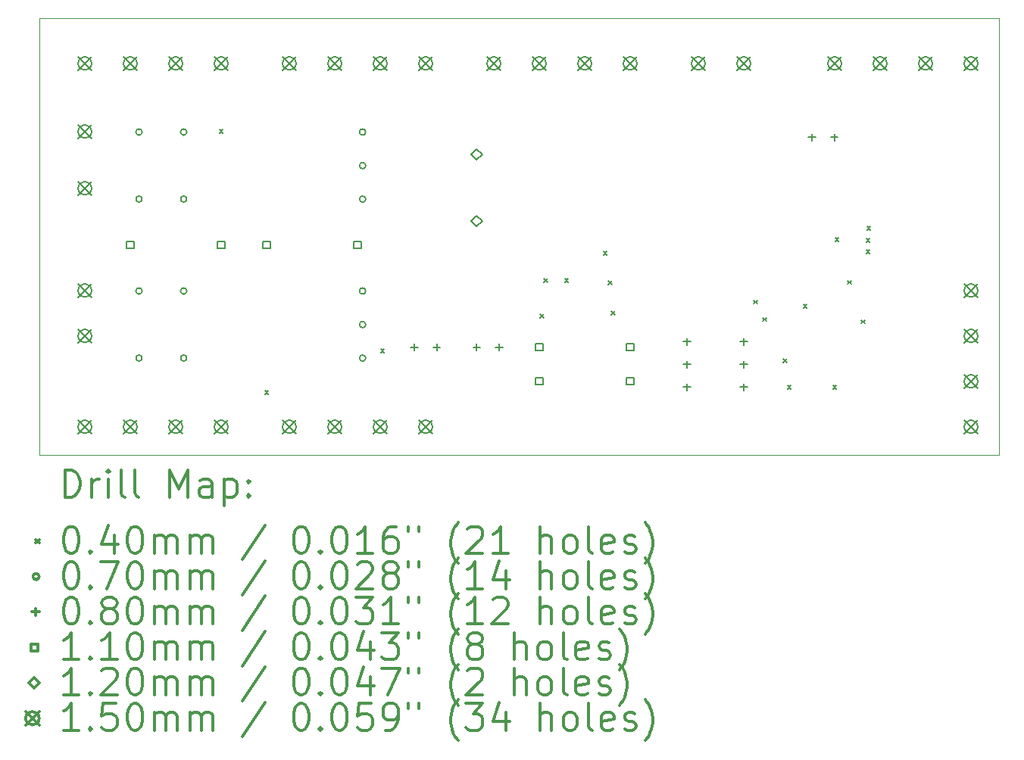
<source format=gbr>
%FSLAX45Y45*%
G04 Gerber Fmt 4.5, Leading zero omitted, Abs format (unit mm)*
G04 Created by KiCad (PCBNEW (5.1.5)-3) date 2020-09-28 21:35:31*
%MOMM*%
%LPD*%
G04 APERTURE LIST*
%TA.AperFunction,Profile*%
%ADD10C,0.050000*%
%TD*%
%ADD11C,0.200000*%
%ADD12C,0.300000*%
G04 APERTURE END LIST*
D10*
X7556500Y-10795000D02*
X7556500Y-5905500D01*
X18288000Y-10795000D02*
X7556500Y-10795000D01*
X18288000Y-5905500D02*
X18288000Y-10795000D01*
X7556500Y-5905500D02*
X18288000Y-5905500D01*
D11*
X9568500Y-7155500D02*
X9608500Y-7195500D01*
X9608500Y-7155500D02*
X9568500Y-7195500D01*
X10076500Y-10076500D02*
X10116500Y-10116500D01*
X10116500Y-10076500D02*
X10076500Y-10116500D01*
X11371900Y-9606600D02*
X11411900Y-9646600D01*
X11411900Y-9606600D02*
X11371900Y-9646600D01*
X13156250Y-9219250D02*
X13196250Y-9259250D01*
X13196250Y-9219250D02*
X13156250Y-9259250D01*
X13194350Y-8819200D02*
X13234350Y-8859200D01*
X13234350Y-8819200D02*
X13194350Y-8859200D01*
X13430200Y-8819200D02*
X13470200Y-8859200D01*
X13470200Y-8819200D02*
X13430200Y-8859200D01*
X13861100Y-8514400D02*
X13901100Y-8554400D01*
X13901100Y-8514400D02*
X13861100Y-8554400D01*
X13918250Y-8844600D02*
X13958250Y-8884600D01*
X13958250Y-8844600D02*
X13918250Y-8884600D01*
X13950000Y-9187500D02*
X13990000Y-9227500D01*
X13990000Y-9187500D02*
X13950000Y-9227500D01*
X15542350Y-9062000D02*
X15582350Y-9102000D01*
X15582350Y-9062000D02*
X15542350Y-9102000D01*
X15645450Y-9257350D02*
X15685450Y-9297350D01*
X15685450Y-9257350D02*
X15645450Y-9297350D01*
X15872575Y-9719425D02*
X15912575Y-9759425D01*
X15912575Y-9719425D02*
X15872575Y-9759425D01*
X15918500Y-10013000D02*
X15958500Y-10053000D01*
X15958500Y-10013000D02*
X15918500Y-10053000D01*
X16096300Y-9111300D02*
X16136300Y-9151300D01*
X16136300Y-9111300D02*
X16096300Y-9151300D01*
X16426500Y-10013000D02*
X16466500Y-10053000D01*
X16466500Y-10013000D02*
X16426500Y-10053000D01*
X16451000Y-8362000D02*
X16491000Y-8402000D01*
X16491000Y-8362000D02*
X16451000Y-8402000D01*
X16594500Y-8841700D02*
X16634500Y-8881700D01*
X16634500Y-8841700D02*
X16594500Y-8881700D01*
X16744000Y-9282750D02*
X16784000Y-9322750D01*
X16784000Y-9282750D02*
X16744000Y-9322750D01*
X16798500Y-8371000D02*
X16838500Y-8411000D01*
X16838500Y-8371000D02*
X16798500Y-8411000D01*
X16798500Y-8498000D02*
X16838500Y-8538000D01*
X16838500Y-8498000D02*
X16798500Y-8538000D01*
X16807500Y-8235000D02*
X16847500Y-8275000D01*
X16847500Y-8235000D02*
X16807500Y-8275000D01*
X8704500Y-7181500D02*
G75*
G03X8704500Y-7181500I-35000J0D01*
G01*
X8704500Y-7931500D02*
G75*
G03X8704500Y-7931500I-35000J0D01*
G01*
X9204500Y-7181500D02*
G75*
G03X9204500Y-7181500I-35000J0D01*
G01*
X9204500Y-7931500D02*
G75*
G03X9204500Y-7931500I-35000J0D01*
G01*
X11204500Y-7181500D02*
G75*
G03X11204500Y-7181500I-35000J0D01*
G01*
X11204500Y-7556500D02*
G75*
G03X11204500Y-7556500I-35000J0D01*
G01*
X11204500Y-7931500D02*
G75*
G03X11204500Y-7931500I-35000J0D01*
G01*
X8704500Y-8959500D02*
G75*
G03X8704500Y-8959500I-35000J0D01*
G01*
X8704500Y-9709500D02*
G75*
G03X8704500Y-9709500I-35000J0D01*
G01*
X9204500Y-8959500D02*
G75*
G03X9204500Y-8959500I-35000J0D01*
G01*
X9204500Y-9709500D02*
G75*
G03X9204500Y-9709500I-35000J0D01*
G01*
X11204500Y-8959500D02*
G75*
G03X11204500Y-8959500I-35000J0D01*
G01*
X11204500Y-9334500D02*
G75*
G03X11204500Y-9334500I-35000J0D01*
G01*
X11204500Y-9709500D02*
G75*
G03X11204500Y-9709500I-35000J0D01*
G01*
X16192500Y-7199000D02*
X16192500Y-7279000D01*
X16152500Y-7239000D02*
X16232500Y-7239000D01*
X16442500Y-7199000D02*
X16442500Y-7279000D01*
X16402500Y-7239000D02*
X16482500Y-7239000D01*
X11747500Y-9548500D02*
X11747500Y-9628500D01*
X11707500Y-9588500D02*
X11787500Y-9588500D01*
X11997500Y-9548500D02*
X11997500Y-9628500D01*
X11957500Y-9588500D02*
X12037500Y-9588500D01*
X15430500Y-9485000D02*
X15430500Y-9565000D01*
X15390500Y-9525000D02*
X15470500Y-9525000D01*
X15430500Y-9739000D02*
X15430500Y-9819000D01*
X15390500Y-9779000D02*
X15470500Y-9779000D01*
X15430500Y-9993000D02*
X15430500Y-10073000D01*
X15390500Y-10033000D02*
X15470500Y-10033000D01*
X12446000Y-9548500D02*
X12446000Y-9628500D01*
X12406000Y-9588500D02*
X12486000Y-9588500D01*
X12696000Y-9548500D02*
X12696000Y-9628500D01*
X12656000Y-9588500D02*
X12736000Y-9588500D01*
X14795500Y-9485000D02*
X14795500Y-9565000D01*
X14755500Y-9525000D02*
X14835500Y-9525000D01*
X14795500Y-9739000D02*
X14795500Y-9819000D01*
X14755500Y-9779000D02*
X14835500Y-9779000D01*
X14795500Y-9993000D02*
X14795500Y-10073000D01*
X14755500Y-10033000D02*
X14835500Y-10033000D01*
X13183391Y-9627391D02*
X13183391Y-9549609D01*
X13105609Y-9549609D01*
X13105609Y-9627391D01*
X13183391Y-9627391D01*
X14199391Y-9627391D02*
X14199391Y-9549609D01*
X14121609Y-9549609D01*
X14121609Y-9627391D01*
X14199391Y-9627391D01*
X13183391Y-10008391D02*
X13183391Y-9930609D01*
X13105609Y-9930609D01*
X13105609Y-10008391D01*
X13183391Y-10008391D01*
X14199391Y-10008391D02*
X14199391Y-9930609D01*
X14121609Y-9930609D01*
X14121609Y-10008391D01*
X14199391Y-10008391D01*
X10135391Y-8484391D02*
X10135391Y-8406609D01*
X10057609Y-8406609D01*
X10057609Y-8484391D01*
X10135391Y-8484391D01*
X11151391Y-8484391D02*
X11151391Y-8406609D01*
X11073609Y-8406609D01*
X11073609Y-8484391D01*
X11151391Y-8484391D01*
X8611391Y-8484391D02*
X8611391Y-8406609D01*
X8533609Y-8406609D01*
X8533609Y-8484391D01*
X8611391Y-8484391D01*
X9627391Y-8484391D02*
X9627391Y-8406609D01*
X9549609Y-8406609D01*
X9549609Y-8484391D01*
X9627391Y-8484391D01*
X12446000Y-7489500D02*
X12506000Y-7429500D01*
X12446000Y-7369500D01*
X12386000Y-7429500D01*
X12446000Y-7489500D01*
X12446000Y-8239500D02*
X12506000Y-8179500D01*
X12446000Y-8119500D01*
X12386000Y-8179500D01*
X12446000Y-8239500D01*
X10275443Y-6338443D02*
X10425557Y-6488557D01*
X10425557Y-6338443D02*
X10275443Y-6488557D01*
X10425557Y-6413500D02*
G75*
G03X10425557Y-6413500I-75057J0D01*
G01*
X10783443Y-6338443D02*
X10933557Y-6488557D01*
X10933557Y-6338443D02*
X10783443Y-6488557D01*
X10933557Y-6413500D02*
G75*
G03X10933557Y-6413500I-75057J0D01*
G01*
X11291443Y-6338443D02*
X11441557Y-6488557D01*
X11441557Y-6338443D02*
X11291443Y-6488557D01*
X11441557Y-6413500D02*
G75*
G03X11441557Y-6413500I-75057J0D01*
G01*
X11799443Y-6338443D02*
X11949557Y-6488557D01*
X11949557Y-6338443D02*
X11799443Y-6488557D01*
X11949557Y-6413500D02*
G75*
G03X11949557Y-6413500I-75057J0D01*
G01*
X7989443Y-7735443D02*
X8139557Y-7885557D01*
X8139557Y-7735443D02*
X7989443Y-7885557D01*
X8139557Y-7810500D02*
G75*
G03X8139557Y-7810500I-75057J0D01*
G01*
X7989443Y-7100443D02*
X8139557Y-7250557D01*
X8139557Y-7100443D02*
X7989443Y-7250557D01*
X8139557Y-7175500D02*
G75*
G03X8139557Y-7175500I-75057J0D01*
G01*
X17895443Y-8878443D02*
X18045557Y-9028557D01*
X18045557Y-8878443D02*
X17895443Y-9028557D01*
X18045557Y-8953500D02*
G75*
G03X18045557Y-8953500I-75057J0D01*
G01*
X17895443Y-9386443D02*
X18045557Y-9536557D01*
X18045557Y-9386443D02*
X17895443Y-9536557D01*
X18045557Y-9461500D02*
G75*
G03X18045557Y-9461500I-75057J0D01*
G01*
X17895443Y-9894443D02*
X18045557Y-10044557D01*
X18045557Y-9894443D02*
X17895443Y-10044557D01*
X18045557Y-9969500D02*
G75*
G03X18045557Y-9969500I-75057J0D01*
G01*
X17895443Y-10402443D02*
X18045557Y-10552557D01*
X18045557Y-10402443D02*
X17895443Y-10552557D01*
X18045557Y-10477500D02*
G75*
G03X18045557Y-10477500I-75057J0D01*
G01*
X7989443Y-6338443D02*
X8139557Y-6488557D01*
X8139557Y-6338443D02*
X7989443Y-6488557D01*
X8139557Y-6413500D02*
G75*
G03X8139557Y-6413500I-75057J0D01*
G01*
X8497443Y-6338443D02*
X8647557Y-6488557D01*
X8647557Y-6338443D02*
X8497443Y-6488557D01*
X8647557Y-6413500D02*
G75*
G03X8647557Y-6413500I-75057J0D01*
G01*
X9005443Y-6338443D02*
X9155557Y-6488557D01*
X9155557Y-6338443D02*
X9005443Y-6488557D01*
X9155557Y-6413500D02*
G75*
G03X9155557Y-6413500I-75057J0D01*
G01*
X9513443Y-6338443D02*
X9663557Y-6488557D01*
X9663557Y-6338443D02*
X9513443Y-6488557D01*
X9663557Y-6413500D02*
G75*
G03X9663557Y-6413500I-75057J0D01*
G01*
X14847443Y-6338443D02*
X14997557Y-6488557D01*
X14997557Y-6338443D02*
X14847443Y-6488557D01*
X14997557Y-6413500D02*
G75*
G03X14997557Y-6413500I-75057J0D01*
G01*
X15355443Y-6338443D02*
X15505557Y-6488557D01*
X15505557Y-6338443D02*
X15355443Y-6488557D01*
X15505557Y-6413500D02*
G75*
G03X15505557Y-6413500I-75057J0D01*
G01*
X10275443Y-10402443D02*
X10425557Y-10552557D01*
X10425557Y-10402443D02*
X10275443Y-10552557D01*
X10425557Y-10477500D02*
G75*
G03X10425557Y-10477500I-75057J0D01*
G01*
X10783443Y-10402443D02*
X10933557Y-10552557D01*
X10933557Y-10402443D02*
X10783443Y-10552557D01*
X10933557Y-10477500D02*
G75*
G03X10933557Y-10477500I-75057J0D01*
G01*
X11291443Y-10402443D02*
X11441557Y-10552557D01*
X11441557Y-10402443D02*
X11291443Y-10552557D01*
X11441557Y-10477500D02*
G75*
G03X11441557Y-10477500I-75057J0D01*
G01*
X11799443Y-10402443D02*
X11949557Y-10552557D01*
X11949557Y-10402443D02*
X11799443Y-10552557D01*
X11949557Y-10477500D02*
G75*
G03X11949557Y-10477500I-75057J0D01*
G01*
X12561443Y-6338443D02*
X12711557Y-6488557D01*
X12711557Y-6338443D02*
X12561443Y-6488557D01*
X12711557Y-6413500D02*
G75*
G03X12711557Y-6413500I-75057J0D01*
G01*
X13069443Y-6338443D02*
X13219557Y-6488557D01*
X13219557Y-6338443D02*
X13069443Y-6488557D01*
X13219557Y-6413500D02*
G75*
G03X13219557Y-6413500I-75057J0D01*
G01*
X13577443Y-6338443D02*
X13727557Y-6488557D01*
X13727557Y-6338443D02*
X13577443Y-6488557D01*
X13727557Y-6413500D02*
G75*
G03X13727557Y-6413500I-75057J0D01*
G01*
X14085443Y-6338443D02*
X14235557Y-6488557D01*
X14235557Y-6338443D02*
X14085443Y-6488557D01*
X14235557Y-6413500D02*
G75*
G03X14235557Y-6413500I-75057J0D01*
G01*
X7989443Y-8878443D02*
X8139557Y-9028557D01*
X8139557Y-8878443D02*
X7989443Y-9028557D01*
X8139557Y-8953500D02*
G75*
G03X8139557Y-8953500I-75057J0D01*
G01*
X7989443Y-9386443D02*
X8139557Y-9536557D01*
X8139557Y-9386443D02*
X7989443Y-9536557D01*
X8139557Y-9461500D02*
G75*
G03X8139557Y-9461500I-75057J0D01*
G01*
X7989443Y-10402443D02*
X8139557Y-10552557D01*
X8139557Y-10402443D02*
X7989443Y-10552557D01*
X8139557Y-10477500D02*
G75*
G03X8139557Y-10477500I-75057J0D01*
G01*
X8497443Y-10402443D02*
X8647557Y-10552557D01*
X8647557Y-10402443D02*
X8497443Y-10552557D01*
X8647557Y-10477500D02*
G75*
G03X8647557Y-10477500I-75057J0D01*
G01*
X9005443Y-10402443D02*
X9155557Y-10552557D01*
X9155557Y-10402443D02*
X9005443Y-10552557D01*
X9155557Y-10477500D02*
G75*
G03X9155557Y-10477500I-75057J0D01*
G01*
X9513443Y-10402443D02*
X9663557Y-10552557D01*
X9663557Y-10402443D02*
X9513443Y-10552557D01*
X9663557Y-10477500D02*
G75*
G03X9663557Y-10477500I-75057J0D01*
G01*
X16371443Y-6338443D02*
X16521557Y-6488557D01*
X16521557Y-6338443D02*
X16371443Y-6488557D01*
X16521557Y-6413500D02*
G75*
G03X16521557Y-6413500I-75057J0D01*
G01*
X16879443Y-6338443D02*
X17029557Y-6488557D01*
X17029557Y-6338443D02*
X16879443Y-6488557D01*
X17029557Y-6413500D02*
G75*
G03X17029557Y-6413500I-75057J0D01*
G01*
X17387443Y-6338443D02*
X17537557Y-6488557D01*
X17537557Y-6338443D02*
X17387443Y-6488557D01*
X17537557Y-6413500D02*
G75*
G03X17537557Y-6413500I-75057J0D01*
G01*
X17895443Y-6338443D02*
X18045557Y-6488557D01*
X18045557Y-6338443D02*
X17895443Y-6488557D01*
X18045557Y-6413500D02*
G75*
G03X18045557Y-6413500I-75057J0D01*
G01*
D12*
X7840428Y-11263214D02*
X7840428Y-10963214D01*
X7911857Y-10963214D01*
X7954714Y-10977500D01*
X7983286Y-11006072D01*
X7997571Y-11034643D01*
X8011857Y-11091786D01*
X8011857Y-11134643D01*
X7997571Y-11191786D01*
X7983286Y-11220357D01*
X7954714Y-11248929D01*
X7911857Y-11263214D01*
X7840428Y-11263214D01*
X8140428Y-11263214D02*
X8140428Y-11063214D01*
X8140428Y-11120357D02*
X8154714Y-11091786D01*
X8169000Y-11077500D01*
X8197571Y-11063214D01*
X8226143Y-11063214D01*
X8326143Y-11263214D02*
X8326143Y-11063214D01*
X8326143Y-10963214D02*
X8311857Y-10977500D01*
X8326143Y-10991786D01*
X8340428Y-10977500D01*
X8326143Y-10963214D01*
X8326143Y-10991786D01*
X8511857Y-11263214D02*
X8483286Y-11248929D01*
X8469000Y-11220357D01*
X8469000Y-10963214D01*
X8669000Y-11263214D02*
X8640428Y-11248929D01*
X8626143Y-11220357D01*
X8626143Y-10963214D01*
X9011857Y-11263214D02*
X9011857Y-10963214D01*
X9111857Y-11177500D01*
X9211857Y-10963214D01*
X9211857Y-11263214D01*
X9483286Y-11263214D02*
X9483286Y-11106072D01*
X9469000Y-11077500D01*
X9440428Y-11063214D01*
X9383286Y-11063214D01*
X9354714Y-11077500D01*
X9483286Y-11248929D02*
X9454714Y-11263214D01*
X9383286Y-11263214D01*
X9354714Y-11248929D01*
X9340428Y-11220357D01*
X9340428Y-11191786D01*
X9354714Y-11163214D01*
X9383286Y-11148929D01*
X9454714Y-11148929D01*
X9483286Y-11134643D01*
X9626143Y-11063214D02*
X9626143Y-11363214D01*
X9626143Y-11077500D02*
X9654714Y-11063214D01*
X9711857Y-11063214D01*
X9740428Y-11077500D01*
X9754714Y-11091786D01*
X9769000Y-11120357D01*
X9769000Y-11206071D01*
X9754714Y-11234643D01*
X9740428Y-11248929D01*
X9711857Y-11263214D01*
X9654714Y-11263214D01*
X9626143Y-11248929D01*
X9897571Y-11234643D02*
X9911857Y-11248929D01*
X9897571Y-11263214D01*
X9883286Y-11248929D01*
X9897571Y-11234643D01*
X9897571Y-11263214D01*
X9897571Y-11077500D02*
X9911857Y-11091786D01*
X9897571Y-11106072D01*
X9883286Y-11091786D01*
X9897571Y-11077500D01*
X9897571Y-11106072D01*
X7514000Y-11737500D02*
X7554000Y-11777500D01*
X7554000Y-11737500D02*
X7514000Y-11777500D01*
X7897571Y-11593214D02*
X7926143Y-11593214D01*
X7954714Y-11607500D01*
X7969000Y-11621786D01*
X7983286Y-11650357D01*
X7997571Y-11707500D01*
X7997571Y-11778929D01*
X7983286Y-11836071D01*
X7969000Y-11864643D01*
X7954714Y-11878929D01*
X7926143Y-11893214D01*
X7897571Y-11893214D01*
X7869000Y-11878929D01*
X7854714Y-11864643D01*
X7840428Y-11836071D01*
X7826143Y-11778929D01*
X7826143Y-11707500D01*
X7840428Y-11650357D01*
X7854714Y-11621786D01*
X7869000Y-11607500D01*
X7897571Y-11593214D01*
X8126143Y-11864643D02*
X8140428Y-11878929D01*
X8126143Y-11893214D01*
X8111857Y-11878929D01*
X8126143Y-11864643D01*
X8126143Y-11893214D01*
X8397571Y-11693214D02*
X8397571Y-11893214D01*
X8326143Y-11578929D02*
X8254714Y-11793214D01*
X8440428Y-11793214D01*
X8611857Y-11593214D02*
X8640428Y-11593214D01*
X8669000Y-11607500D01*
X8683286Y-11621786D01*
X8697571Y-11650357D01*
X8711857Y-11707500D01*
X8711857Y-11778929D01*
X8697571Y-11836071D01*
X8683286Y-11864643D01*
X8669000Y-11878929D01*
X8640428Y-11893214D01*
X8611857Y-11893214D01*
X8583286Y-11878929D01*
X8569000Y-11864643D01*
X8554714Y-11836071D01*
X8540428Y-11778929D01*
X8540428Y-11707500D01*
X8554714Y-11650357D01*
X8569000Y-11621786D01*
X8583286Y-11607500D01*
X8611857Y-11593214D01*
X8840428Y-11893214D02*
X8840428Y-11693214D01*
X8840428Y-11721786D02*
X8854714Y-11707500D01*
X8883286Y-11693214D01*
X8926143Y-11693214D01*
X8954714Y-11707500D01*
X8969000Y-11736071D01*
X8969000Y-11893214D01*
X8969000Y-11736071D02*
X8983286Y-11707500D01*
X9011857Y-11693214D01*
X9054714Y-11693214D01*
X9083286Y-11707500D01*
X9097571Y-11736071D01*
X9097571Y-11893214D01*
X9240428Y-11893214D02*
X9240428Y-11693214D01*
X9240428Y-11721786D02*
X9254714Y-11707500D01*
X9283286Y-11693214D01*
X9326143Y-11693214D01*
X9354714Y-11707500D01*
X9369000Y-11736071D01*
X9369000Y-11893214D01*
X9369000Y-11736071D02*
X9383286Y-11707500D01*
X9411857Y-11693214D01*
X9454714Y-11693214D01*
X9483286Y-11707500D01*
X9497571Y-11736071D01*
X9497571Y-11893214D01*
X10083286Y-11578929D02*
X9826143Y-11964643D01*
X10469000Y-11593214D02*
X10497571Y-11593214D01*
X10526143Y-11607500D01*
X10540428Y-11621786D01*
X10554714Y-11650357D01*
X10569000Y-11707500D01*
X10569000Y-11778929D01*
X10554714Y-11836071D01*
X10540428Y-11864643D01*
X10526143Y-11878929D01*
X10497571Y-11893214D01*
X10469000Y-11893214D01*
X10440428Y-11878929D01*
X10426143Y-11864643D01*
X10411857Y-11836071D01*
X10397571Y-11778929D01*
X10397571Y-11707500D01*
X10411857Y-11650357D01*
X10426143Y-11621786D01*
X10440428Y-11607500D01*
X10469000Y-11593214D01*
X10697571Y-11864643D02*
X10711857Y-11878929D01*
X10697571Y-11893214D01*
X10683286Y-11878929D01*
X10697571Y-11864643D01*
X10697571Y-11893214D01*
X10897571Y-11593214D02*
X10926143Y-11593214D01*
X10954714Y-11607500D01*
X10969000Y-11621786D01*
X10983286Y-11650357D01*
X10997571Y-11707500D01*
X10997571Y-11778929D01*
X10983286Y-11836071D01*
X10969000Y-11864643D01*
X10954714Y-11878929D01*
X10926143Y-11893214D01*
X10897571Y-11893214D01*
X10869000Y-11878929D01*
X10854714Y-11864643D01*
X10840428Y-11836071D01*
X10826143Y-11778929D01*
X10826143Y-11707500D01*
X10840428Y-11650357D01*
X10854714Y-11621786D01*
X10869000Y-11607500D01*
X10897571Y-11593214D01*
X11283286Y-11893214D02*
X11111857Y-11893214D01*
X11197571Y-11893214D02*
X11197571Y-11593214D01*
X11169000Y-11636071D01*
X11140428Y-11664643D01*
X11111857Y-11678929D01*
X11540428Y-11593214D02*
X11483286Y-11593214D01*
X11454714Y-11607500D01*
X11440428Y-11621786D01*
X11411857Y-11664643D01*
X11397571Y-11721786D01*
X11397571Y-11836071D01*
X11411857Y-11864643D01*
X11426143Y-11878929D01*
X11454714Y-11893214D01*
X11511857Y-11893214D01*
X11540428Y-11878929D01*
X11554714Y-11864643D01*
X11569000Y-11836071D01*
X11569000Y-11764643D01*
X11554714Y-11736071D01*
X11540428Y-11721786D01*
X11511857Y-11707500D01*
X11454714Y-11707500D01*
X11426143Y-11721786D01*
X11411857Y-11736071D01*
X11397571Y-11764643D01*
X11683286Y-11593214D02*
X11683286Y-11650357D01*
X11797571Y-11593214D02*
X11797571Y-11650357D01*
X12240428Y-12007500D02*
X12226143Y-11993214D01*
X12197571Y-11950357D01*
X12183286Y-11921786D01*
X12169000Y-11878929D01*
X12154714Y-11807500D01*
X12154714Y-11750357D01*
X12169000Y-11678929D01*
X12183286Y-11636071D01*
X12197571Y-11607500D01*
X12226143Y-11564643D01*
X12240428Y-11550357D01*
X12340428Y-11621786D02*
X12354714Y-11607500D01*
X12383286Y-11593214D01*
X12454714Y-11593214D01*
X12483286Y-11607500D01*
X12497571Y-11621786D01*
X12511857Y-11650357D01*
X12511857Y-11678929D01*
X12497571Y-11721786D01*
X12326143Y-11893214D01*
X12511857Y-11893214D01*
X12797571Y-11893214D02*
X12626143Y-11893214D01*
X12711857Y-11893214D02*
X12711857Y-11593214D01*
X12683286Y-11636071D01*
X12654714Y-11664643D01*
X12626143Y-11678929D01*
X13154714Y-11893214D02*
X13154714Y-11593214D01*
X13283286Y-11893214D02*
X13283286Y-11736071D01*
X13269000Y-11707500D01*
X13240428Y-11693214D01*
X13197571Y-11693214D01*
X13169000Y-11707500D01*
X13154714Y-11721786D01*
X13469000Y-11893214D02*
X13440428Y-11878929D01*
X13426143Y-11864643D01*
X13411857Y-11836071D01*
X13411857Y-11750357D01*
X13426143Y-11721786D01*
X13440428Y-11707500D01*
X13469000Y-11693214D01*
X13511857Y-11693214D01*
X13540428Y-11707500D01*
X13554714Y-11721786D01*
X13569000Y-11750357D01*
X13569000Y-11836071D01*
X13554714Y-11864643D01*
X13540428Y-11878929D01*
X13511857Y-11893214D01*
X13469000Y-11893214D01*
X13740428Y-11893214D02*
X13711857Y-11878929D01*
X13697571Y-11850357D01*
X13697571Y-11593214D01*
X13969000Y-11878929D02*
X13940428Y-11893214D01*
X13883286Y-11893214D01*
X13854714Y-11878929D01*
X13840428Y-11850357D01*
X13840428Y-11736071D01*
X13854714Y-11707500D01*
X13883286Y-11693214D01*
X13940428Y-11693214D01*
X13969000Y-11707500D01*
X13983286Y-11736071D01*
X13983286Y-11764643D01*
X13840428Y-11793214D01*
X14097571Y-11878929D02*
X14126143Y-11893214D01*
X14183286Y-11893214D01*
X14211857Y-11878929D01*
X14226143Y-11850357D01*
X14226143Y-11836071D01*
X14211857Y-11807500D01*
X14183286Y-11793214D01*
X14140428Y-11793214D01*
X14111857Y-11778929D01*
X14097571Y-11750357D01*
X14097571Y-11736071D01*
X14111857Y-11707500D01*
X14140428Y-11693214D01*
X14183286Y-11693214D01*
X14211857Y-11707500D01*
X14326143Y-12007500D02*
X14340428Y-11993214D01*
X14369000Y-11950357D01*
X14383286Y-11921786D01*
X14397571Y-11878929D01*
X14411857Y-11807500D01*
X14411857Y-11750357D01*
X14397571Y-11678929D01*
X14383286Y-11636071D01*
X14369000Y-11607500D01*
X14340428Y-11564643D01*
X14326143Y-11550357D01*
X7554000Y-12153500D02*
G75*
G03X7554000Y-12153500I-35000J0D01*
G01*
X7897571Y-11989214D02*
X7926143Y-11989214D01*
X7954714Y-12003500D01*
X7969000Y-12017786D01*
X7983286Y-12046357D01*
X7997571Y-12103500D01*
X7997571Y-12174929D01*
X7983286Y-12232071D01*
X7969000Y-12260643D01*
X7954714Y-12274929D01*
X7926143Y-12289214D01*
X7897571Y-12289214D01*
X7869000Y-12274929D01*
X7854714Y-12260643D01*
X7840428Y-12232071D01*
X7826143Y-12174929D01*
X7826143Y-12103500D01*
X7840428Y-12046357D01*
X7854714Y-12017786D01*
X7869000Y-12003500D01*
X7897571Y-11989214D01*
X8126143Y-12260643D02*
X8140428Y-12274929D01*
X8126143Y-12289214D01*
X8111857Y-12274929D01*
X8126143Y-12260643D01*
X8126143Y-12289214D01*
X8240428Y-11989214D02*
X8440428Y-11989214D01*
X8311857Y-12289214D01*
X8611857Y-11989214D02*
X8640428Y-11989214D01*
X8669000Y-12003500D01*
X8683286Y-12017786D01*
X8697571Y-12046357D01*
X8711857Y-12103500D01*
X8711857Y-12174929D01*
X8697571Y-12232071D01*
X8683286Y-12260643D01*
X8669000Y-12274929D01*
X8640428Y-12289214D01*
X8611857Y-12289214D01*
X8583286Y-12274929D01*
X8569000Y-12260643D01*
X8554714Y-12232071D01*
X8540428Y-12174929D01*
X8540428Y-12103500D01*
X8554714Y-12046357D01*
X8569000Y-12017786D01*
X8583286Y-12003500D01*
X8611857Y-11989214D01*
X8840428Y-12289214D02*
X8840428Y-12089214D01*
X8840428Y-12117786D02*
X8854714Y-12103500D01*
X8883286Y-12089214D01*
X8926143Y-12089214D01*
X8954714Y-12103500D01*
X8969000Y-12132071D01*
X8969000Y-12289214D01*
X8969000Y-12132071D02*
X8983286Y-12103500D01*
X9011857Y-12089214D01*
X9054714Y-12089214D01*
X9083286Y-12103500D01*
X9097571Y-12132071D01*
X9097571Y-12289214D01*
X9240428Y-12289214D02*
X9240428Y-12089214D01*
X9240428Y-12117786D02*
X9254714Y-12103500D01*
X9283286Y-12089214D01*
X9326143Y-12089214D01*
X9354714Y-12103500D01*
X9369000Y-12132071D01*
X9369000Y-12289214D01*
X9369000Y-12132071D02*
X9383286Y-12103500D01*
X9411857Y-12089214D01*
X9454714Y-12089214D01*
X9483286Y-12103500D01*
X9497571Y-12132071D01*
X9497571Y-12289214D01*
X10083286Y-11974929D02*
X9826143Y-12360643D01*
X10469000Y-11989214D02*
X10497571Y-11989214D01*
X10526143Y-12003500D01*
X10540428Y-12017786D01*
X10554714Y-12046357D01*
X10569000Y-12103500D01*
X10569000Y-12174929D01*
X10554714Y-12232071D01*
X10540428Y-12260643D01*
X10526143Y-12274929D01*
X10497571Y-12289214D01*
X10469000Y-12289214D01*
X10440428Y-12274929D01*
X10426143Y-12260643D01*
X10411857Y-12232071D01*
X10397571Y-12174929D01*
X10397571Y-12103500D01*
X10411857Y-12046357D01*
X10426143Y-12017786D01*
X10440428Y-12003500D01*
X10469000Y-11989214D01*
X10697571Y-12260643D02*
X10711857Y-12274929D01*
X10697571Y-12289214D01*
X10683286Y-12274929D01*
X10697571Y-12260643D01*
X10697571Y-12289214D01*
X10897571Y-11989214D02*
X10926143Y-11989214D01*
X10954714Y-12003500D01*
X10969000Y-12017786D01*
X10983286Y-12046357D01*
X10997571Y-12103500D01*
X10997571Y-12174929D01*
X10983286Y-12232071D01*
X10969000Y-12260643D01*
X10954714Y-12274929D01*
X10926143Y-12289214D01*
X10897571Y-12289214D01*
X10869000Y-12274929D01*
X10854714Y-12260643D01*
X10840428Y-12232071D01*
X10826143Y-12174929D01*
X10826143Y-12103500D01*
X10840428Y-12046357D01*
X10854714Y-12017786D01*
X10869000Y-12003500D01*
X10897571Y-11989214D01*
X11111857Y-12017786D02*
X11126143Y-12003500D01*
X11154714Y-11989214D01*
X11226143Y-11989214D01*
X11254714Y-12003500D01*
X11269000Y-12017786D01*
X11283286Y-12046357D01*
X11283286Y-12074929D01*
X11269000Y-12117786D01*
X11097571Y-12289214D01*
X11283286Y-12289214D01*
X11454714Y-12117786D02*
X11426143Y-12103500D01*
X11411857Y-12089214D01*
X11397571Y-12060643D01*
X11397571Y-12046357D01*
X11411857Y-12017786D01*
X11426143Y-12003500D01*
X11454714Y-11989214D01*
X11511857Y-11989214D01*
X11540428Y-12003500D01*
X11554714Y-12017786D01*
X11569000Y-12046357D01*
X11569000Y-12060643D01*
X11554714Y-12089214D01*
X11540428Y-12103500D01*
X11511857Y-12117786D01*
X11454714Y-12117786D01*
X11426143Y-12132071D01*
X11411857Y-12146357D01*
X11397571Y-12174929D01*
X11397571Y-12232071D01*
X11411857Y-12260643D01*
X11426143Y-12274929D01*
X11454714Y-12289214D01*
X11511857Y-12289214D01*
X11540428Y-12274929D01*
X11554714Y-12260643D01*
X11569000Y-12232071D01*
X11569000Y-12174929D01*
X11554714Y-12146357D01*
X11540428Y-12132071D01*
X11511857Y-12117786D01*
X11683286Y-11989214D02*
X11683286Y-12046357D01*
X11797571Y-11989214D02*
X11797571Y-12046357D01*
X12240428Y-12403500D02*
X12226143Y-12389214D01*
X12197571Y-12346357D01*
X12183286Y-12317786D01*
X12169000Y-12274929D01*
X12154714Y-12203500D01*
X12154714Y-12146357D01*
X12169000Y-12074929D01*
X12183286Y-12032071D01*
X12197571Y-12003500D01*
X12226143Y-11960643D01*
X12240428Y-11946357D01*
X12511857Y-12289214D02*
X12340428Y-12289214D01*
X12426143Y-12289214D02*
X12426143Y-11989214D01*
X12397571Y-12032071D01*
X12369000Y-12060643D01*
X12340428Y-12074929D01*
X12769000Y-12089214D02*
X12769000Y-12289214D01*
X12697571Y-11974929D02*
X12626143Y-12189214D01*
X12811857Y-12189214D01*
X13154714Y-12289214D02*
X13154714Y-11989214D01*
X13283286Y-12289214D02*
X13283286Y-12132071D01*
X13269000Y-12103500D01*
X13240428Y-12089214D01*
X13197571Y-12089214D01*
X13169000Y-12103500D01*
X13154714Y-12117786D01*
X13469000Y-12289214D02*
X13440428Y-12274929D01*
X13426143Y-12260643D01*
X13411857Y-12232071D01*
X13411857Y-12146357D01*
X13426143Y-12117786D01*
X13440428Y-12103500D01*
X13469000Y-12089214D01*
X13511857Y-12089214D01*
X13540428Y-12103500D01*
X13554714Y-12117786D01*
X13569000Y-12146357D01*
X13569000Y-12232071D01*
X13554714Y-12260643D01*
X13540428Y-12274929D01*
X13511857Y-12289214D01*
X13469000Y-12289214D01*
X13740428Y-12289214D02*
X13711857Y-12274929D01*
X13697571Y-12246357D01*
X13697571Y-11989214D01*
X13969000Y-12274929D02*
X13940428Y-12289214D01*
X13883286Y-12289214D01*
X13854714Y-12274929D01*
X13840428Y-12246357D01*
X13840428Y-12132071D01*
X13854714Y-12103500D01*
X13883286Y-12089214D01*
X13940428Y-12089214D01*
X13969000Y-12103500D01*
X13983286Y-12132071D01*
X13983286Y-12160643D01*
X13840428Y-12189214D01*
X14097571Y-12274929D02*
X14126143Y-12289214D01*
X14183286Y-12289214D01*
X14211857Y-12274929D01*
X14226143Y-12246357D01*
X14226143Y-12232071D01*
X14211857Y-12203500D01*
X14183286Y-12189214D01*
X14140428Y-12189214D01*
X14111857Y-12174929D01*
X14097571Y-12146357D01*
X14097571Y-12132071D01*
X14111857Y-12103500D01*
X14140428Y-12089214D01*
X14183286Y-12089214D01*
X14211857Y-12103500D01*
X14326143Y-12403500D02*
X14340428Y-12389214D01*
X14369000Y-12346357D01*
X14383286Y-12317786D01*
X14397571Y-12274929D01*
X14411857Y-12203500D01*
X14411857Y-12146357D01*
X14397571Y-12074929D01*
X14383286Y-12032071D01*
X14369000Y-12003500D01*
X14340428Y-11960643D01*
X14326143Y-11946357D01*
X7514000Y-12509500D02*
X7514000Y-12589500D01*
X7474000Y-12549500D02*
X7554000Y-12549500D01*
X7897571Y-12385214D02*
X7926143Y-12385214D01*
X7954714Y-12399500D01*
X7969000Y-12413786D01*
X7983286Y-12442357D01*
X7997571Y-12499500D01*
X7997571Y-12570929D01*
X7983286Y-12628071D01*
X7969000Y-12656643D01*
X7954714Y-12670929D01*
X7926143Y-12685214D01*
X7897571Y-12685214D01*
X7869000Y-12670929D01*
X7854714Y-12656643D01*
X7840428Y-12628071D01*
X7826143Y-12570929D01*
X7826143Y-12499500D01*
X7840428Y-12442357D01*
X7854714Y-12413786D01*
X7869000Y-12399500D01*
X7897571Y-12385214D01*
X8126143Y-12656643D02*
X8140428Y-12670929D01*
X8126143Y-12685214D01*
X8111857Y-12670929D01*
X8126143Y-12656643D01*
X8126143Y-12685214D01*
X8311857Y-12513786D02*
X8283286Y-12499500D01*
X8269000Y-12485214D01*
X8254714Y-12456643D01*
X8254714Y-12442357D01*
X8269000Y-12413786D01*
X8283286Y-12399500D01*
X8311857Y-12385214D01*
X8369000Y-12385214D01*
X8397571Y-12399500D01*
X8411857Y-12413786D01*
X8426143Y-12442357D01*
X8426143Y-12456643D01*
X8411857Y-12485214D01*
X8397571Y-12499500D01*
X8369000Y-12513786D01*
X8311857Y-12513786D01*
X8283286Y-12528071D01*
X8269000Y-12542357D01*
X8254714Y-12570929D01*
X8254714Y-12628071D01*
X8269000Y-12656643D01*
X8283286Y-12670929D01*
X8311857Y-12685214D01*
X8369000Y-12685214D01*
X8397571Y-12670929D01*
X8411857Y-12656643D01*
X8426143Y-12628071D01*
X8426143Y-12570929D01*
X8411857Y-12542357D01*
X8397571Y-12528071D01*
X8369000Y-12513786D01*
X8611857Y-12385214D02*
X8640428Y-12385214D01*
X8669000Y-12399500D01*
X8683286Y-12413786D01*
X8697571Y-12442357D01*
X8711857Y-12499500D01*
X8711857Y-12570929D01*
X8697571Y-12628071D01*
X8683286Y-12656643D01*
X8669000Y-12670929D01*
X8640428Y-12685214D01*
X8611857Y-12685214D01*
X8583286Y-12670929D01*
X8569000Y-12656643D01*
X8554714Y-12628071D01*
X8540428Y-12570929D01*
X8540428Y-12499500D01*
X8554714Y-12442357D01*
X8569000Y-12413786D01*
X8583286Y-12399500D01*
X8611857Y-12385214D01*
X8840428Y-12685214D02*
X8840428Y-12485214D01*
X8840428Y-12513786D02*
X8854714Y-12499500D01*
X8883286Y-12485214D01*
X8926143Y-12485214D01*
X8954714Y-12499500D01*
X8969000Y-12528071D01*
X8969000Y-12685214D01*
X8969000Y-12528071D02*
X8983286Y-12499500D01*
X9011857Y-12485214D01*
X9054714Y-12485214D01*
X9083286Y-12499500D01*
X9097571Y-12528071D01*
X9097571Y-12685214D01*
X9240428Y-12685214D02*
X9240428Y-12485214D01*
X9240428Y-12513786D02*
X9254714Y-12499500D01*
X9283286Y-12485214D01*
X9326143Y-12485214D01*
X9354714Y-12499500D01*
X9369000Y-12528071D01*
X9369000Y-12685214D01*
X9369000Y-12528071D02*
X9383286Y-12499500D01*
X9411857Y-12485214D01*
X9454714Y-12485214D01*
X9483286Y-12499500D01*
X9497571Y-12528071D01*
X9497571Y-12685214D01*
X10083286Y-12370929D02*
X9826143Y-12756643D01*
X10469000Y-12385214D02*
X10497571Y-12385214D01*
X10526143Y-12399500D01*
X10540428Y-12413786D01*
X10554714Y-12442357D01*
X10569000Y-12499500D01*
X10569000Y-12570929D01*
X10554714Y-12628071D01*
X10540428Y-12656643D01*
X10526143Y-12670929D01*
X10497571Y-12685214D01*
X10469000Y-12685214D01*
X10440428Y-12670929D01*
X10426143Y-12656643D01*
X10411857Y-12628071D01*
X10397571Y-12570929D01*
X10397571Y-12499500D01*
X10411857Y-12442357D01*
X10426143Y-12413786D01*
X10440428Y-12399500D01*
X10469000Y-12385214D01*
X10697571Y-12656643D02*
X10711857Y-12670929D01*
X10697571Y-12685214D01*
X10683286Y-12670929D01*
X10697571Y-12656643D01*
X10697571Y-12685214D01*
X10897571Y-12385214D02*
X10926143Y-12385214D01*
X10954714Y-12399500D01*
X10969000Y-12413786D01*
X10983286Y-12442357D01*
X10997571Y-12499500D01*
X10997571Y-12570929D01*
X10983286Y-12628071D01*
X10969000Y-12656643D01*
X10954714Y-12670929D01*
X10926143Y-12685214D01*
X10897571Y-12685214D01*
X10869000Y-12670929D01*
X10854714Y-12656643D01*
X10840428Y-12628071D01*
X10826143Y-12570929D01*
X10826143Y-12499500D01*
X10840428Y-12442357D01*
X10854714Y-12413786D01*
X10869000Y-12399500D01*
X10897571Y-12385214D01*
X11097571Y-12385214D02*
X11283286Y-12385214D01*
X11183286Y-12499500D01*
X11226143Y-12499500D01*
X11254714Y-12513786D01*
X11269000Y-12528071D01*
X11283286Y-12556643D01*
X11283286Y-12628071D01*
X11269000Y-12656643D01*
X11254714Y-12670929D01*
X11226143Y-12685214D01*
X11140428Y-12685214D01*
X11111857Y-12670929D01*
X11097571Y-12656643D01*
X11569000Y-12685214D02*
X11397571Y-12685214D01*
X11483286Y-12685214D02*
X11483286Y-12385214D01*
X11454714Y-12428071D01*
X11426143Y-12456643D01*
X11397571Y-12470929D01*
X11683286Y-12385214D02*
X11683286Y-12442357D01*
X11797571Y-12385214D02*
X11797571Y-12442357D01*
X12240428Y-12799500D02*
X12226143Y-12785214D01*
X12197571Y-12742357D01*
X12183286Y-12713786D01*
X12169000Y-12670929D01*
X12154714Y-12599500D01*
X12154714Y-12542357D01*
X12169000Y-12470929D01*
X12183286Y-12428071D01*
X12197571Y-12399500D01*
X12226143Y-12356643D01*
X12240428Y-12342357D01*
X12511857Y-12685214D02*
X12340428Y-12685214D01*
X12426143Y-12685214D02*
X12426143Y-12385214D01*
X12397571Y-12428071D01*
X12369000Y-12456643D01*
X12340428Y-12470929D01*
X12626143Y-12413786D02*
X12640428Y-12399500D01*
X12669000Y-12385214D01*
X12740428Y-12385214D01*
X12769000Y-12399500D01*
X12783286Y-12413786D01*
X12797571Y-12442357D01*
X12797571Y-12470929D01*
X12783286Y-12513786D01*
X12611857Y-12685214D01*
X12797571Y-12685214D01*
X13154714Y-12685214D02*
X13154714Y-12385214D01*
X13283286Y-12685214D02*
X13283286Y-12528071D01*
X13269000Y-12499500D01*
X13240428Y-12485214D01*
X13197571Y-12485214D01*
X13169000Y-12499500D01*
X13154714Y-12513786D01*
X13469000Y-12685214D02*
X13440428Y-12670929D01*
X13426143Y-12656643D01*
X13411857Y-12628071D01*
X13411857Y-12542357D01*
X13426143Y-12513786D01*
X13440428Y-12499500D01*
X13469000Y-12485214D01*
X13511857Y-12485214D01*
X13540428Y-12499500D01*
X13554714Y-12513786D01*
X13569000Y-12542357D01*
X13569000Y-12628071D01*
X13554714Y-12656643D01*
X13540428Y-12670929D01*
X13511857Y-12685214D01*
X13469000Y-12685214D01*
X13740428Y-12685214D02*
X13711857Y-12670929D01*
X13697571Y-12642357D01*
X13697571Y-12385214D01*
X13969000Y-12670929D02*
X13940428Y-12685214D01*
X13883286Y-12685214D01*
X13854714Y-12670929D01*
X13840428Y-12642357D01*
X13840428Y-12528071D01*
X13854714Y-12499500D01*
X13883286Y-12485214D01*
X13940428Y-12485214D01*
X13969000Y-12499500D01*
X13983286Y-12528071D01*
X13983286Y-12556643D01*
X13840428Y-12585214D01*
X14097571Y-12670929D02*
X14126143Y-12685214D01*
X14183286Y-12685214D01*
X14211857Y-12670929D01*
X14226143Y-12642357D01*
X14226143Y-12628071D01*
X14211857Y-12599500D01*
X14183286Y-12585214D01*
X14140428Y-12585214D01*
X14111857Y-12570929D01*
X14097571Y-12542357D01*
X14097571Y-12528071D01*
X14111857Y-12499500D01*
X14140428Y-12485214D01*
X14183286Y-12485214D01*
X14211857Y-12499500D01*
X14326143Y-12799500D02*
X14340428Y-12785214D01*
X14369000Y-12742357D01*
X14383286Y-12713786D01*
X14397571Y-12670929D01*
X14411857Y-12599500D01*
X14411857Y-12542357D01*
X14397571Y-12470929D01*
X14383286Y-12428071D01*
X14369000Y-12399500D01*
X14340428Y-12356643D01*
X14326143Y-12342357D01*
X7537891Y-12984391D02*
X7537891Y-12906609D01*
X7460109Y-12906609D01*
X7460109Y-12984391D01*
X7537891Y-12984391D01*
X7997571Y-13081214D02*
X7826143Y-13081214D01*
X7911857Y-13081214D02*
X7911857Y-12781214D01*
X7883286Y-12824071D01*
X7854714Y-12852643D01*
X7826143Y-12866929D01*
X8126143Y-13052643D02*
X8140428Y-13066929D01*
X8126143Y-13081214D01*
X8111857Y-13066929D01*
X8126143Y-13052643D01*
X8126143Y-13081214D01*
X8426143Y-13081214D02*
X8254714Y-13081214D01*
X8340428Y-13081214D02*
X8340428Y-12781214D01*
X8311857Y-12824071D01*
X8283286Y-12852643D01*
X8254714Y-12866929D01*
X8611857Y-12781214D02*
X8640428Y-12781214D01*
X8669000Y-12795500D01*
X8683286Y-12809786D01*
X8697571Y-12838357D01*
X8711857Y-12895500D01*
X8711857Y-12966929D01*
X8697571Y-13024071D01*
X8683286Y-13052643D01*
X8669000Y-13066929D01*
X8640428Y-13081214D01*
X8611857Y-13081214D01*
X8583286Y-13066929D01*
X8569000Y-13052643D01*
X8554714Y-13024071D01*
X8540428Y-12966929D01*
X8540428Y-12895500D01*
X8554714Y-12838357D01*
X8569000Y-12809786D01*
X8583286Y-12795500D01*
X8611857Y-12781214D01*
X8840428Y-13081214D02*
X8840428Y-12881214D01*
X8840428Y-12909786D02*
X8854714Y-12895500D01*
X8883286Y-12881214D01*
X8926143Y-12881214D01*
X8954714Y-12895500D01*
X8969000Y-12924071D01*
X8969000Y-13081214D01*
X8969000Y-12924071D02*
X8983286Y-12895500D01*
X9011857Y-12881214D01*
X9054714Y-12881214D01*
X9083286Y-12895500D01*
X9097571Y-12924071D01*
X9097571Y-13081214D01*
X9240428Y-13081214D02*
X9240428Y-12881214D01*
X9240428Y-12909786D02*
X9254714Y-12895500D01*
X9283286Y-12881214D01*
X9326143Y-12881214D01*
X9354714Y-12895500D01*
X9369000Y-12924071D01*
X9369000Y-13081214D01*
X9369000Y-12924071D02*
X9383286Y-12895500D01*
X9411857Y-12881214D01*
X9454714Y-12881214D01*
X9483286Y-12895500D01*
X9497571Y-12924071D01*
X9497571Y-13081214D01*
X10083286Y-12766929D02*
X9826143Y-13152643D01*
X10469000Y-12781214D02*
X10497571Y-12781214D01*
X10526143Y-12795500D01*
X10540428Y-12809786D01*
X10554714Y-12838357D01*
X10569000Y-12895500D01*
X10569000Y-12966929D01*
X10554714Y-13024071D01*
X10540428Y-13052643D01*
X10526143Y-13066929D01*
X10497571Y-13081214D01*
X10469000Y-13081214D01*
X10440428Y-13066929D01*
X10426143Y-13052643D01*
X10411857Y-13024071D01*
X10397571Y-12966929D01*
X10397571Y-12895500D01*
X10411857Y-12838357D01*
X10426143Y-12809786D01*
X10440428Y-12795500D01*
X10469000Y-12781214D01*
X10697571Y-13052643D02*
X10711857Y-13066929D01*
X10697571Y-13081214D01*
X10683286Y-13066929D01*
X10697571Y-13052643D01*
X10697571Y-13081214D01*
X10897571Y-12781214D02*
X10926143Y-12781214D01*
X10954714Y-12795500D01*
X10969000Y-12809786D01*
X10983286Y-12838357D01*
X10997571Y-12895500D01*
X10997571Y-12966929D01*
X10983286Y-13024071D01*
X10969000Y-13052643D01*
X10954714Y-13066929D01*
X10926143Y-13081214D01*
X10897571Y-13081214D01*
X10869000Y-13066929D01*
X10854714Y-13052643D01*
X10840428Y-13024071D01*
X10826143Y-12966929D01*
X10826143Y-12895500D01*
X10840428Y-12838357D01*
X10854714Y-12809786D01*
X10869000Y-12795500D01*
X10897571Y-12781214D01*
X11254714Y-12881214D02*
X11254714Y-13081214D01*
X11183286Y-12766929D02*
X11111857Y-12981214D01*
X11297571Y-12981214D01*
X11383286Y-12781214D02*
X11569000Y-12781214D01*
X11469000Y-12895500D01*
X11511857Y-12895500D01*
X11540428Y-12909786D01*
X11554714Y-12924071D01*
X11569000Y-12952643D01*
X11569000Y-13024071D01*
X11554714Y-13052643D01*
X11540428Y-13066929D01*
X11511857Y-13081214D01*
X11426143Y-13081214D01*
X11397571Y-13066929D01*
X11383286Y-13052643D01*
X11683286Y-12781214D02*
X11683286Y-12838357D01*
X11797571Y-12781214D02*
X11797571Y-12838357D01*
X12240428Y-13195500D02*
X12226143Y-13181214D01*
X12197571Y-13138357D01*
X12183286Y-13109786D01*
X12169000Y-13066929D01*
X12154714Y-12995500D01*
X12154714Y-12938357D01*
X12169000Y-12866929D01*
X12183286Y-12824071D01*
X12197571Y-12795500D01*
X12226143Y-12752643D01*
X12240428Y-12738357D01*
X12397571Y-12909786D02*
X12369000Y-12895500D01*
X12354714Y-12881214D01*
X12340428Y-12852643D01*
X12340428Y-12838357D01*
X12354714Y-12809786D01*
X12369000Y-12795500D01*
X12397571Y-12781214D01*
X12454714Y-12781214D01*
X12483286Y-12795500D01*
X12497571Y-12809786D01*
X12511857Y-12838357D01*
X12511857Y-12852643D01*
X12497571Y-12881214D01*
X12483286Y-12895500D01*
X12454714Y-12909786D01*
X12397571Y-12909786D01*
X12369000Y-12924071D01*
X12354714Y-12938357D01*
X12340428Y-12966929D01*
X12340428Y-13024071D01*
X12354714Y-13052643D01*
X12369000Y-13066929D01*
X12397571Y-13081214D01*
X12454714Y-13081214D01*
X12483286Y-13066929D01*
X12497571Y-13052643D01*
X12511857Y-13024071D01*
X12511857Y-12966929D01*
X12497571Y-12938357D01*
X12483286Y-12924071D01*
X12454714Y-12909786D01*
X12869000Y-13081214D02*
X12869000Y-12781214D01*
X12997571Y-13081214D02*
X12997571Y-12924071D01*
X12983286Y-12895500D01*
X12954714Y-12881214D01*
X12911857Y-12881214D01*
X12883286Y-12895500D01*
X12869000Y-12909786D01*
X13183286Y-13081214D02*
X13154714Y-13066929D01*
X13140428Y-13052643D01*
X13126143Y-13024071D01*
X13126143Y-12938357D01*
X13140428Y-12909786D01*
X13154714Y-12895500D01*
X13183286Y-12881214D01*
X13226143Y-12881214D01*
X13254714Y-12895500D01*
X13269000Y-12909786D01*
X13283286Y-12938357D01*
X13283286Y-13024071D01*
X13269000Y-13052643D01*
X13254714Y-13066929D01*
X13226143Y-13081214D01*
X13183286Y-13081214D01*
X13454714Y-13081214D02*
X13426143Y-13066929D01*
X13411857Y-13038357D01*
X13411857Y-12781214D01*
X13683286Y-13066929D02*
X13654714Y-13081214D01*
X13597571Y-13081214D01*
X13569000Y-13066929D01*
X13554714Y-13038357D01*
X13554714Y-12924071D01*
X13569000Y-12895500D01*
X13597571Y-12881214D01*
X13654714Y-12881214D01*
X13683286Y-12895500D01*
X13697571Y-12924071D01*
X13697571Y-12952643D01*
X13554714Y-12981214D01*
X13811857Y-13066929D02*
X13840428Y-13081214D01*
X13897571Y-13081214D01*
X13926143Y-13066929D01*
X13940428Y-13038357D01*
X13940428Y-13024071D01*
X13926143Y-12995500D01*
X13897571Y-12981214D01*
X13854714Y-12981214D01*
X13826143Y-12966929D01*
X13811857Y-12938357D01*
X13811857Y-12924071D01*
X13826143Y-12895500D01*
X13854714Y-12881214D01*
X13897571Y-12881214D01*
X13926143Y-12895500D01*
X14040428Y-13195500D02*
X14054714Y-13181214D01*
X14083286Y-13138357D01*
X14097571Y-13109786D01*
X14111857Y-13066929D01*
X14126143Y-12995500D01*
X14126143Y-12938357D01*
X14111857Y-12866929D01*
X14097571Y-12824071D01*
X14083286Y-12795500D01*
X14054714Y-12752643D01*
X14040428Y-12738357D01*
X7494000Y-13401500D02*
X7554000Y-13341500D01*
X7494000Y-13281500D01*
X7434000Y-13341500D01*
X7494000Y-13401500D01*
X7997571Y-13477214D02*
X7826143Y-13477214D01*
X7911857Y-13477214D02*
X7911857Y-13177214D01*
X7883286Y-13220071D01*
X7854714Y-13248643D01*
X7826143Y-13262929D01*
X8126143Y-13448643D02*
X8140428Y-13462929D01*
X8126143Y-13477214D01*
X8111857Y-13462929D01*
X8126143Y-13448643D01*
X8126143Y-13477214D01*
X8254714Y-13205786D02*
X8269000Y-13191500D01*
X8297571Y-13177214D01*
X8369000Y-13177214D01*
X8397571Y-13191500D01*
X8411857Y-13205786D01*
X8426143Y-13234357D01*
X8426143Y-13262929D01*
X8411857Y-13305786D01*
X8240428Y-13477214D01*
X8426143Y-13477214D01*
X8611857Y-13177214D02*
X8640428Y-13177214D01*
X8669000Y-13191500D01*
X8683286Y-13205786D01*
X8697571Y-13234357D01*
X8711857Y-13291500D01*
X8711857Y-13362929D01*
X8697571Y-13420071D01*
X8683286Y-13448643D01*
X8669000Y-13462929D01*
X8640428Y-13477214D01*
X8611857Y-13477214D01*
X8583286Y-13462929D01*
X8569000Y-13448643D01*
X8554714Y-13420071D01*
X8540428Y-13362929D01*
X8540428Y-13291500D01*
X8554714Y-13234357D01*
X8569000Y-13205786D01*
X8583286Y-13191500D01*
X8611857Y-13177214D01*
X8840428Y-13477214D02*
X8840428Y-13277214D01*
X8840428Y-13305786D02*
X8854714Y-13291500D01*
X8883286Y-13277214D01*
X8926143Y-13277214D01*
X8954714Y-13291500D01*
X8969000Y-13320071D01*
X8969000Y-13477214D01*
X8969000Y-13320071D02*
X8983286Y-13291500D01*
X9011857Y-13277214D01*
X9054714Y-13277214D01*
X9083286Y-13291500D01*
X9097571Y-13320071D01*
X9097571Y-13477214D01*
X9240428Y-13477214D02*
X9240428Y-13277214D01*
X9240428Y-13305786D02*
X9254714Y-13291500D01*
X9283286Y-13277214D01*
X9326143Y-13277214D01*
X9354714Y-13291500D01*
X9369000Y-13320071D01*
X9369000Y-13477214D01*
X9369000Y-13320071D02*
X9383286Y-13291500D01*
X9411857Y-13277214D01*
X9454714Y-13277214D01*
X9483286Y-13291500D01*
X9497571Y-13320071D01*
X9497571Y-13477214D01*
X10083286Y-13162929D02*
X9826143Y-13548643D01*
X10469000Y-13177214D02*
X10497571Y-13177214D01*
X10526143Y-13191500D01*
X10540428Y-13205786D01*
X10554714Y-13234357D01*
X10569000Y-13291500D01*
X10569000Y-13362929D01*
X10554714Y-13420071D01*
X10540428Y-13448643D01*
X10526143Y-13462929D01*
X10497571Y-13477214D01*
X10469000Y-13477214D01*
X10440428Y-13462929D01*
X10426143Y-13448643D01*
X10411857Y-13420071D01*
X10397571Y-13362929D01*
X10397571Y-13291500D01*
X10411857Y-13234357D01*
X10426143Y-13205786D01*
X10440428Y-13191500D01*
X10469000Y-13177214D01*
X10697571Y-13448643D02*
X10711857Y-13462929D01*
X10697571Y-13477214D01*
X10683286Y-13462929D01*
X10697571Y-13448643D01*
X10697571Y-13477214D01*
X10897571Y-13177214D02*
X10926143Y-13177214D01*
X10954714Y-13191500D01*
X10969000Y-13205786D01*
X10983286Y-13234357D01*
X10997571Y-13291500D01*
X10997571Y-13362929D01*
X10983286Y-13420071D01*
X10969000Y-13448643D01*
X10954714Y-13462929D01*
X10926143Y-13477214D01*
X10897571Y-13477214D01*
X10869000Y-13462929D01*
X10854714Y-13448643D01*
X10840428Y-13420071D01*
X10826143Y-13362929D01*
X10826143Y-13291500D01*
X10840428Y-13234357D01*
X10854714Y-13205786D01*
X10869000Y-13191500D01*
X10897571Y-13177214D01*
X11254714Y-13277214D02*
X11254714Y-13477214D01*
X11183286Y-13162929D02*
X11111857Y-13377214D01*
X11297571Y-13377214D01*
X11383286Y-13177214D02*
X11583286Y-13177214D01*
X11454714Y-13477214D01*
X11683286Y-13177214D02*
X11683286Y-13234357D01*
X11797571Y-13177214D02*
X11797571Y-13234357D01*
X12240428Y-13591500D02*
X12226143Y-13577214D01*
X12197571Y-13534357D01*
X12183286Y-13505786D01*
X12169000Y-13462929D01*
X12154714Y-13391500D01*
X12154714Y-13334357D01*
X12169000Y-13262929D01*
X12183286Y-13220071D01*
X12197571Y-13191500D01*
X12226143Y-13148643D01*
X12240428Y-13134357D01*
X12340428Y-13205786D02*
X12354714Y-13191500D01*
X12383286Y-13177214D01*
X12454714Y-13177214D01*
X12483286Y-13191500D01*
X12497571Y-13205786D01*
X12511857Y-13234357D01*
X12511857Y-13262929D01*
X12497571Y-13305786D01*
X12326143Y-13477214D01*
X12511857Y-13477214D01*
X12869000Y-13477214D02*
X12869000Y-13177214D01*
X12997571Y-13477214D02*
X12997571Y-13320071D01*
X12983286Y-13291500D01*
X12954714Y-13277214D01*
X12911857Y-13277214D01*
X12883286Y-13291500D01*
X12869000Y-13305786D01*
X13183286Y-13477214D02*
X13154714Y-13462929D01*
X13140428Y-13448643D01*
X13126143Y-13420071D01*
X13126143Y-13334357D01*
X13140428Y-13305786D01*
X13154714Y-13291500D01*
X13183286Y-13277214D01*
X13226143Y-13277214D01*
X13254714Y-13291500D01*
X13269000Y-13305786D01*
X13283286Y-13334357D01*
X13283286Y-13420071D01*
X13269000Y-13448643D01*
X13254714Y-13462929D01*
X13226143Y-13477214D01*
X13183286Y-13477214D01*
X13454714Y-13477214D02*
X13426143Y-13462929D01*
X13411857Y-13434357D01*
X13411857Y-13177214D01*
X13683286Y-13462929D02*
X13654714Y-13477214D01*
X13597571Y-13477214D01*
X13569000Y-13462929D01*
X13554714Y-13434357D01*
X13554714Y-13320071D01*
X13569000Y-13291500D01*
X13597571Y-13277214D01*
X13654714Y-13277214D01*
X13683286Y-13291500D01*
X13697571Y-13320071D01*
X13697571Y-13348643D01*
X13554714Y-13377214D01*
X13811857Y-13462929D02*
X13840428Y-13477214D01*
X13897571Y-13477214D01*
X13926143Y-13462929D01*
X13940428Y-13434357D01*
X13940428Y-13420071D01*
X13926143Y-13391500D01*
X13897571Y-13377214D01*
X13854714Y-13377214D01*
X13826143Y-13362929D01*
X13811857Y-13334357D01*
X13811857Y-13320071D01*
X13826143Y-13291500D01*
X13854714Y-13277214D01*
X13897571Y-13277214D01*
X13926143Y-13291500D01*
X14040428Y-13591500D02*
X14054714Y-13577214D01*
X14083286Y-13534357D01*
X14097571Y-13505786D01*
X14111857Y-13462929D01*
X14126143Y-13391500D01*
X14126143Y-13334357D01*
X14111857Y-13262929D01*
X14097571Y-13220071D01*
X14083286Y-13191500D01*
X14054714Y-13148643D01*
X14040428Y-13134357D01*
X7403886Y-13662443D02*
X7554000Y-13812557D01*
X7554000Y-13662443D02*
X7403886Y-13812557D01*
X7554000Y-13737500D02*
G75*
G03X7554000Y-13737500I-75057J0D01*
G01*
X7997571Y-13873214D02*
X7826143Y-13873214D01*
X7911857Y-13873214D02*
X7911857Y-13573214D01*
X7883286Y-13616071D01*
X7854714Y-13644643D01*
X7826143Y-13658929D01*
X8126143Y-13844643D02*
X8140428Y-13858929D01*
X8126143Y-13873214D01*
X8111857Y-13858929D01*
X8126143Y-13844643D01*
X8126143Y-13873214D01*
X8411857Y-13573214D02*
X8269000Y-13573214D01*
X8254714Y-13716071D01*
X8269000Y-13701786D01*
X8297571Y-13687500D01*
X8369000Y-13687500D01*
X8397571Y-13701786D01*
X8411857Y-13716071D01*
X8426143Y-13744643D01*
X8426143Y-13816071D01*
X8411857Y-13844643D01*
X8397571Y-13858929D01*
X8369000Y-13873214D01*
X8297571Y-13873214D01*
X8269000Y-13858929D01*
X8254714Y-13844643D01*
X8611857Y-13573214D02*
X8640428Y-13573214D01*
X8669000Y-13587500D01*
X8683286Y-13601786D01*
X8697571Y-13630357D01*
X8711857Y-13687500D01*
X8711857Y-13758929D01*
X8697571Y-13816071D01*
X8683286Y-13844643D01*
X8669000Y-13858929D01*
X8640428Y-13873214D01*
X8611857Y-13873214D01*
X8583286Y-13858929D01*
X8569000Y-13844643D01*
X8554714Y-13816071D01*
X8540428Y-13758929D01*
X8540428Y-13687500D01*
X8554714Y-13630357D01*
X8569000Y-13601786D01*
X8583286Y-13587500D01*
X8611857Y-13573214D01*
X8840428Y-13873214D02*
X8840428Y-13673214D01*
X8840428Y-13701786D02*
X8854714Y-13687500D01*
X8883286Y-13673214D01*
X8926143Y-13673214D01*
X8954714Y-13687500D01*
X8969000Y-13716071D01*
X8969000Y-13873214D01*
X8969000Y-13716071D02*
X8983286Y-13687500D01*
X9011857Y-13673214D01*
X9054714Y-13673214D01*
X9083286Y-13687500D01*
X9097571Y-13716071D01*
X9097571Y-13873214D01*
X9240428Y-13873214D02*
X9240428Y-13673214D01*
X9240428Y-13701786D02*
X9254714Y-13687500D01*
X9283286Y-13673214D01*
X9326143Y-13673214D01*
X9354714Y-13687500D01*
X9369000Y-13716071D01*
X9369000Y-13873214D01*
X9369000Y-13716071D02*
X9383286Y-13687500D01*
X9411857Y-13673214D01*
X9454714Y-13673214D01*
X9483286Y-13687500D01*
X9497571Y-13716071D01*
X9497571Y-13873214D01*
X10083286Y-13558929D02*
X9826143Y-13944643D01*
X10469000Y-13573214D02*
X10497571Y-13573214D01*
X10526143Y-13587500D01*
X10540428Y-13601786D01*
X10554714Y-13630357D01*
X10569000Y-13687500D01*
X10569000Y-13758929D01*
X10554714Y-13816071D01*
X10540428Y-13844643D01*
X10526143Y-13858929D01*
X10497571Y-13873214D01*
X10469000Y-13873214D01*
X10440428Y-13858929D01*
X10426143Y-13844643D01*
X10411857Y-13816071D01*
X10397571Y-13758929D01*
X10397571Y-13687500D01*
X10411857Y-13630357D01*
X10426143Y-13601786D01*
X10440428Y-13587500D01*
X10469000Y-13573214D01*
X10697571Y-13844643D02*
X10711857Y-13858929D01*
X10697571Y-13873214D01*
X10683286Y-13858929D01*
X10697571Y-13844643D01*
X10697571Y-13873214D01*
X10897571Y-13573214D02*
X10926143Y-13573214D01*
X10954714Y-13587500D01*
X10969000Y-13601786D01*
X10983286Y-13630357D01*
X10997571Y-13687500D01*
X10997571Y-13758929D01*
X10983286Y-13816071D01*
X10969000Y-13844643D01*
X10954714Y-13858929D01*
X10926143Y-13873214D01*
X10897571Y-13873214D01*
X10869000Y-13858929D01*
X10854714Y-13844643D01*
X10840428Y-13816071D01*
X10826143Y-13758929D01*
X10826143Y-13687500D01*
X10840428Y-13630357D01*
X10854714Y-13601786D01*
X10869000Y-13587500D01*
X10897571Y-13573214D01*
X11269000Y-13573214D02*
X11126143Y-13573214D01*
X11111857Y-13716071D01*
X11126143Y-13701786D01*
X11154714Y-13687500D01*
X11226143Y-13687500D01*
X11254714Y-13701786D01*
X11269000Y-13716071D01*
X11283286Y-13744643D01*
X11283286Y-13816071D01*
X11269000Y-13844643D01*
X11254714Y-13858929D01*
X11226143Y-13873214D01*
X11154714Y-13873214D01*
X11126143Y-13858929D01*
X11111857Y-13844643D01*
X11426143Y-13873214D02*
X11483286Y-13873214D01*
X11511857Y-13858929D01*
X11526143Y-13844643D01*
X11554714Y-13801786D01*
X11569000Y-13744643D01*
X11569000Y-13630357D01*
X11554714Y-13601786D01*
X11540428Y-13587500D01*
X11511857Y-13573214D01*
X11454714Y-13573214D01*
X11426143Y-13587500D01*
X11411857Y-13601786D01*
X11397571Y-13630357D01*
X11397571Y-13701786D01*
X11411857Y-13730357D01*
X11426143Y-13744643D01*
X11454714Y-13758929D01*
X11511857Y-13758929D01*
X11540428Y-13744643D01*
X11554714Y-13730357D01*
X11569000Y-13701786D01*
X11683286Y-13573214D02*
X11683286Y-13630357D01*
X11797571Y-13573214D02*
X11797571Y-13630357D01*
X12240428Y-13987500D02*
X12226143Y-13973214D01*
X12197571Y-13930357D01*
X12183286Y-13901786D01*
X12169000Y-13858929D01*
X12154714Y-13787500D01*
X12154714Y-13730357D01*
X12169000Y-13658929D01*
X12183286Y-13616071D01*
X12197571Y-13587500D01*
X12226143Y-13544643D01*
X12240428Y-13530357D01*
X12326143Y-13573214D02*
X12511857Y-13573214D01*
X12411857Y-13687500D01*
X12454714Y-13687500D01*
X12483286Y-13701786D01*
X12497571Y-13716071D01*
X12511857Y-13744643D01*
X12511857Y-13816071D01*
X12497571Y-13844643D01*
X12483286Y-13858929D01*
X12454714Y-13873214D01*
X12369000Y-13873214D01*
X12340428Y-13858929D01*
X12326143Y-13844643D01*
X12769000Y-13673214D02*
X12769000Y-13873214D01*
X12697571Y-13558929D02*
X12626143Y-13773214D01*
X12811857Y-13773214D01*
X13154714Y-13873214D02*
X13154714Y-13573214D01*
X13283286Y-13873214D02*
X13283286Y-13716071D01*
X13269000Y-13687500D01*
X13240428Y-13673214D01*
X13197571Y-13673214D01*
X13169000Y-13687500D01*
X13154714Y-13701786D01*
X13469000Y-13873214D02*
X13440428Y-13858929D01*
X13426143Y-13844643D01*
X13411857Y-13816071D01*
X13411857Y-13730357D01*
X13426143Y-13701786D01*
X13440428Y-13687500D01*
X13469000Y-13673214D01*
X13511857Y-13673214D01*
X13540428Y-13687500D01*
X13554714Y-13701786D01*
X13569000Y-13730357D01*
X13569000Y-13816071D01*
X13554714Y-13844643D01*
X13540428Y-13858929D01*
X13511857Y-13873214D01*
X13469000Y-13873214D01*
X13740428Y-13873214D02*
X13711857Y-13858929D01*
X13697571Y-13830357D01*
X13697571Y-13573214D01*
X13969000Y-13858929D02*
X13940428Y-13873214D01*
X13883286Y-13873214D01*
X13854714Y-13858929D01*
X13840428Y-13830357D01*
X13840428Y-13716071D01*
X13854714Y-13687500D01*
X13883286Y-13673214D01*
X13940428Y-13673214D01*
X13969000Y-13687500D01*
X13983286Y-13716071D01*
X13983286Y-13744643D01*
X13840428Y-13773214D01*
X14097571Y-13858929D02*
X14126143Y-13873214D01*
X14183286Y-13873214D01*
X14211857Y-13858929D01*
X14226143Y-13830357D01*
X14226143Y-13816071D01*
X14211857Y-13787500D01*
X14183286Y-13773214D01*
X14140428Y-13773214D01*
X14111857Y-13758929D01*
X14097571Y-13730357D01*
X14097571Y-13716071D01*
X14111857Y-13687500D01*
X14140428Y-13673214D01*
X14183286Y-13673214D01*
X14211857Y-13687500D01*
X14326143Y-13987500D02*
X14340428Y-13973214D01*
X14369000Y-13930357D01*
X14383286Y-13901786D01*
X14397571Y-13858929D01*
X14411857Y-13787500D01*
X14411857Y-13730357D01*
X14397571Y-13658929D01*
X14383286Y-13616071D01*
X14369000Y-13587500D01*
X14340428Y-13544643D01*
X14326143Y-13530357D01*
M02*

</source>
